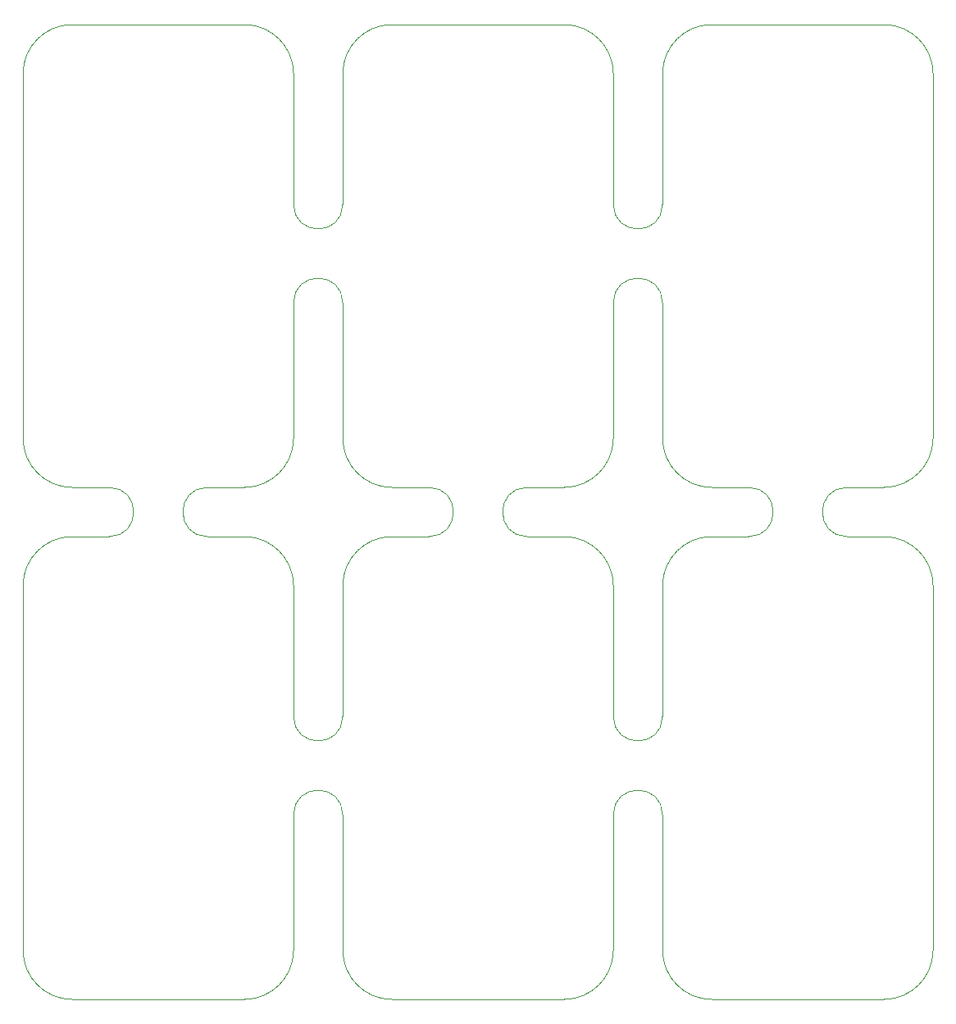
<source format=gbr>
G04 #@! TF.GenerationSoftware,KiCad,Pcbnew,(5.1.6)-1*
G04 #@! TF.CreationDate,2020-10-29T18:05:45+08:00*
G04 #@! TF.ProjectId,panelized,70616e65-6c69-47a6-9564-2e6b69636164,rev?*
G04 #@! TF.SameCoordinates,Original*
G04 #@! TF.FileFunction,Profile,NP*
%FSLAX46Y46*%
G04 Gerber Fmt 4.6, Leading zero omitted, Abs format (unit mm)*
G04 Created by KiCad (PCBNEW (5.1.6)-1) date 2020-10-29 18:05:45*
%MOMM*%
%LPD*%
G01*
G04 APERTURE LIST*
G04 #@! TA.AperFunction,Profile*
%ADD10C,0.050000*%
G04 #@! TD*
G04 APERTURE END LIST*
D10*
X118110000Y-159639000D02*
X135890000Y-159639000D01*
X173990000Y-116967000D02*
X173990000Y-154559000D01*
X80010000Y-87757000D02*
X80010000Y-77597000D01*
X99060000Y-159639000D02*
X88900000Y-159639000D01*
X165100000Y-159639000D02*
X154940000Y-159639000D01*
X173990000Y-77597000D02*
X173990000Y-87757000D01*
X154940000Y-59055000D02*
X165100000Y-59055000D01*
X121920000Y-59055000D02*
X132080000Y-59055000D01*
X88900000Y-59055000D02*
X99060000Y-59055000D01*
X80010000Y-116967000D02*
X80010000Y-154559000D01*
X165100000Y-111887000D02*
X168910000Y-111887000D01*
X132080000Y-111887000D02*
X135890000Y-111887000D01*
X99060000Y-111887000D02*
X102870000Y-111887000D01*
X165100000Y-59055000D02*
X168910000Y-59055000D01*
X132080000Y-59055000D02*
X135890000Y-59055000D01*
X168910000Y-111887000D02*
G75*
G02*
X173990000Y-116967000I0J-5080000D01*
G01*
X135890000Y-111887000D02*
G75*
G02*
X140970000Y-116967000I0J-5080000D01*
G01*
X102870000Y-111887000D02*
G75*
G02*
X107950000Y-116967000I0J-5080000D01*
G01*
X168910000Y-59055000D02*
G75*
G02*
X173990000Y-64135000I0J-5080000D01*
G01*
X135890000Y-59055000D02*
G75*
G02*
X140970000Y-64135000I0J-5080000D01*
G01*
X151130000Y-159639000D02*
G75*
G02*
X146050000Y-154559000I0J5080000D01*
G01*
X118110000Y-159639000D02*
G75*
G02*
X113030000Y-154559000I0J5080000D01*
G01*
X85090000Y-159639000D02*
G75*
G02*
X80010000Y-154559000I0J5080000D01*
G01*
X151130000Y-106807000D02*
G75*
G02*
X146050000Y-101727000I0J5080000D01*
G01*
X118110000Y-106807000D02*
G75*
G02*
X113030000Y-101727000I0J5080000D01*
G01*
X173990000Y-154559000D02*
G75*
G02*
X168910000Y-159639000I-5080000J0D01*
G01*
X140970000Y-154559000D02*
G75*
G02*
X135890000Y-159639000I-5080000J0D01*
G01*
X107950000Y-154559000D02*
G75*
G02*
X102870000Y-159639000I-5080000J0D01*
G01*
X173990000Y-101727000D02*
G75*
G02*
X168910000Y-106807000I-5080000J0D01*
G01*
X140970000Y-101727000D02*
G75*
G02*
X135890000Y-106807000I-5080000J0D01*
G01*
X140970000Y-140589000D02*
X140970000Y-154559000D01*
X107950000Y-140589000D02*
X107950000Y-154559000D01*
X173990000Y-87757000D02*
X173990000Y-101727000D01*
X140970000Y-87757000D02*
X140970000Y-101727000D01*
X146050000Y-130429000D02*
X146050000Y-116967000D01*
X113030000Y-130429000D02*
X113030000Y-116967000D01*
X146050000Y-77597000D02*
X146050000Y-64135000D01*
X113030000Y-77597000D02*
X113030000Y-64135000D01*
X154940000Y-159639000D02*
X151130000Y-159639000D01*
X88900000Y-159639000D02*
X85090000Y-159639000D01*
X154940000Y-106807000D02*
X151130000Y-106807000D01*
X121920000Y-106807000D02*
X118110000Y-106807000D01*
X165100000Y-159639000D02*
X168910000Y-159639000D01*
X99060000Y-159639000D02*
X102870000Y-159639000D01*
X165100000Y-106807000D02*
X168910000Y-106807000D01*
X132080000Y-106807000D02*
X135890000Y-106807000D01*
X146050000Y-116967000D02*
G75*
G02*
X151130000Y-111887000I5080000J0D01*
G01*
X113030000Y-116967000D02*
G75*
G02*
X118110000Y-111887000I5080000J0D01*
G01*
X80010000Y-116967000D02*
G75*
G02*
X85090000Y-111887000I5080000J0D01*
G01*
X146050000Y-64135000D02*
G75*
G02*
X151130000Y-59055000I5080000J0D01*
G01*
X113030000Y-64135000D02*
G75*
G02*
X118110000Y-59055000I5080000J0D01*
G01*
X140970000Y-140589000D02*
G75*
G02*
X146050000Y-140589000I2540000J0D01*
G01*
X107950000Y-140589000D02*
G75*
G02*
X113030000Y-140589000I2540000J0D01*
G01*
X140970000Y-87757000D02*
G75*
G02*
X146050000Y-87757000I2540000J0D01*
G01*
X165100000Y-111887000D02*
G75*
G02*
X165100000Y-106807000I0J2540000D01*
G01*
X132080000Y-111887000D02*
G75*
G02*
X132080000Y-106807000I0J2540000D01*
G01*
X140970000Y-116967000D02*
X140970000Y-130429000D01*
X107950000Y-116967000D02*
X107950000Y-130429000D01*
X173990000Y-64135000D02*
X173990000Y-77597000D01*
X140970000Y-64135000D02*
X140970000Y-77597000D01*
X151130000Y-111887000D02*
X154940000Y-111887000D01*
X118110000Y-111887000D02*
X121920000Y-111887000D01*
X85090000Y-111887000D02*
X88900000Y-111887000D01*
X151130000Y-59055000D02*
X154940000Y-59055000D01*
X118110000Y-59055000D02*
X121920000Y-59055000D01*
X154940000Y-106807000D02*
G75*
G02*
X154940000Y-111887000I0J-2540000D01*
G01*
X121920000Y-106807000D02*
G75*
G02*
X121920000Y-111887000I0J-2540000D01*
G01*
X146050000Y-130429000D02*
G75*
G02*
X140970000Y-130429000I-2540000J0D01*
G01*
X113030000Y-130429000D02*
G75*
G02*
X107950000Y-130429000I-2540000J0D01*
G01*
X146050000Y-77597000D02*
G75*
G02*
X140970000Y-77597000I-2540000J0D01*
G01*
X146050000Y-140589000D02*
X146050000Y-154559000D01*
X113030000Y-140589000D02*
X113030000Y-154559000D01*
X146050000Y-87757000D02*
X146050000Y-101727000D01*
X113030000Y-87757000D02*
X113030000Y-101727000D01*
X85090000Y-59055000D02*
X88900000Y-59055000D01*
X80010000Y-87757000D02*
X80010000Y-101727000D01*
X107950000Y-64135000D02*
X107950000Y-77597000D01*
X99060000Y-111887000D02*
G75*
G02*
X99060000Y-106807000I0J2540000D01*
G01*
X88900000Y-106807000D02*
G75*
G02*
X88900000Y-111887000I0J-2540000D01*
G01*
X113030000Y-77597000D02*
G75*
G02*
X107950000Y-77597000I-2540000J0D01*
G01*
X107950000Y-87757000D02*
G75*
G02*
X113030000Y-87757000I2540000J0D01*
G01*
X107950000Y-87757000D02*
X107950000Y-101727000D01*
X88900000Y-106807000D02*
X85090000Y-106807000D01*
X99060000Y-106807000D02*
X102870000Y-106807000D01*
X99060000Y-59055000D02*
X102870000Y-59055000D01*
X80010000Y-77597000D02*
X80010000Y-64135000D01*
X107950000Y-101727000D02*
G75*
G02*
X102870000Y-106807000I-5080000J0D01*
G01*
X85090000Y-106807000D02*
G75*
G02*
X80010000Y-101727000I0J5080000D01*
G01*
X102870000Y-59055000D02*
G75*
G02*
X107950000Y-64135000I0J-5080000D01*
G01*
X80010000Y-64135000D02*
G75*
G02*
X85090000Y-59055000I5080000J0D01*
G01*
M02*

</source>
